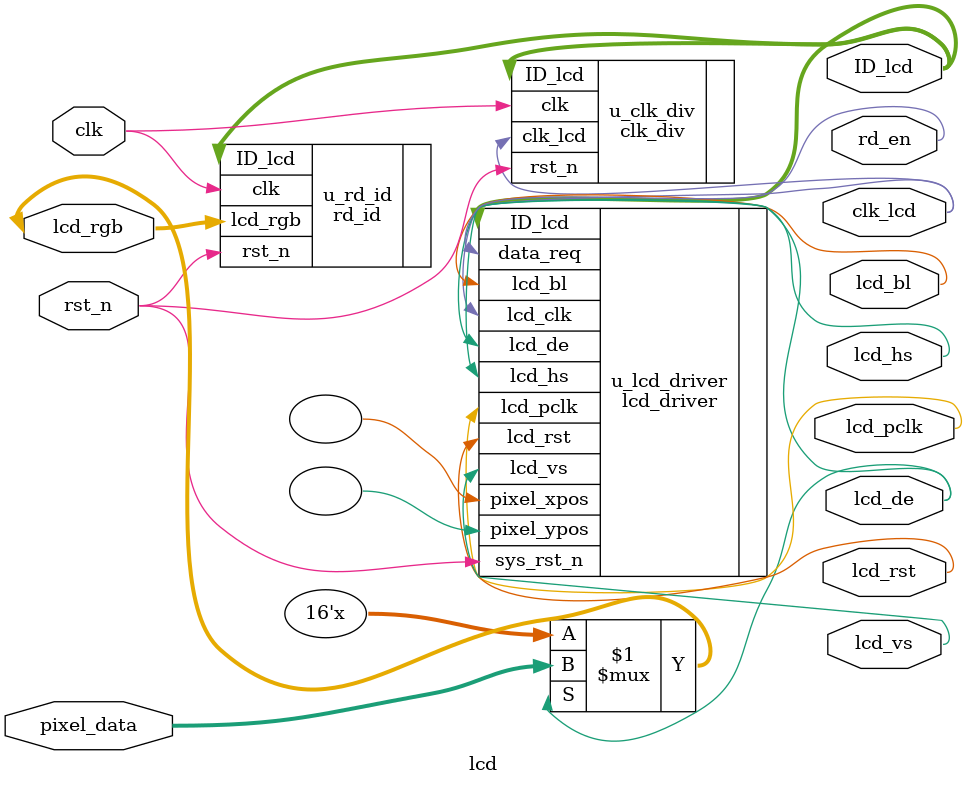
<source format=v>

module lcd(
    input              clk     ,
    input              rst_n   ,
    //RGB LCD接口 
    output             lcd_hs  ,       //LCD 行同步信号
    output             lcd_vs  ,       //LCD 场同步信号
    output             lcd_de  ,       //LCD 数据输入使能
    inout      [15:0]  lcd_rgb ,       //LCD RGB565颜色数据
    output             lcd_bl  ,       //LCD 背光控制信号
    output             lcd_rst ,       //LCD 复位信号
    output             lcd_pclk,       //LCD 采样时钟
       
    output             clk_lcd,
    input      [15:0]  pixel_data,     //像素点数据
    output             rd_en  ,        //请求像素点颜色数据输入 

    output     [15:0]  ID_lcd          //LCD的ID
);

//*****************************************************
//**                    main code
//*****************************************************

//RGB565数据输出                 
assign lcd_rgb = lcd_de ? pixel_data : 16'dz;

//读rgb lcd ID 模块
rd_id    u_rd_id(
    .clk          (clk),
    .rst_n        (rst_n),
    
    .lcd_rgb      (lcd_rgb),
    .ID_lcd       (ID_lcd)

);

//分频模块，根据不同的LCD ID输出相应的频率的驱动时钟
clk_div  u_clk_div(
    .clk          (clk),
    .rst_n        (rst_n),
    
    .ID_lcd       (ID_lcd),
    .clk_lcd      (clk_lcd)
);

//lcd驱动模块    
lcd_driver u_lcd_driver(                      
    .lcd_clk        (clk_lcd),    
    .sys_rst_n      (rst_n),    

    .lcd_hs         (lcd_hs),       
    .lcd_vs         (lcd_vs),       
    .lcd_de         (lcd_de),       
    .lcd_bl         (lcd_bl),
    .lcd_rst        (lcd_rst),
    .lcd_pclk       (lcd_pclk),
    
    .data_req       (rd_en),                 //请求像素点颜色数据输入
    .pixel_xpos     (), 
    .pixel_ypos     (),
    .ID_lcd         (ID_lcd)
    ); 

endmodule

</source>
